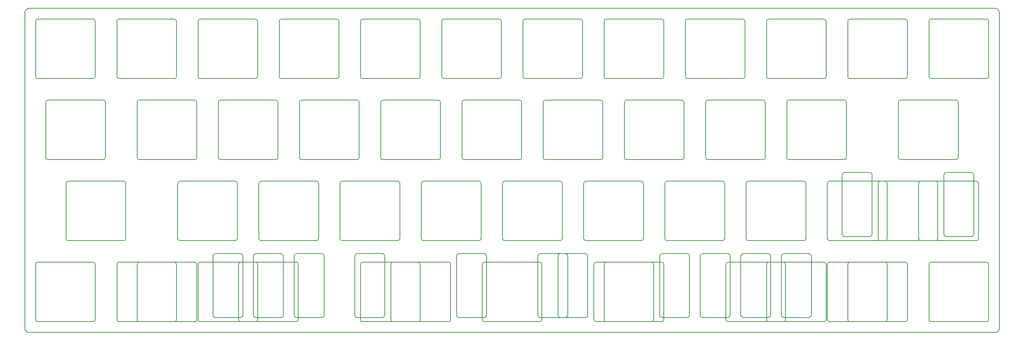
<source format=gbr>
%TF.GenerationSoftware,KiCad,Pcbnew,7.0.6-7.0.6~ubuntu23.04.1*%
%TF.CreationDate,2023-08-05T23:14:15-04:00*%
%TF.ProjectId,Koneko40StaggerPlate,4b6f6e65-6b6f-4343-9053-746167676572,rev?*%
%TF.SameCoordinates,Original*%
%TF.FileFunction,Profile,NP*%
%FSLAX46Y46*%
G04 Gerber Fmt 4.6, Leading zero omitted, Abs format (unit mm)*
G04 Created by KiCad (PCBNEW 7.0.6-7.0.6~ubuntu23.04.1) date 2023-08-05 23:14:15*
%MOMM*%
%LPD*%
G01*
G04 APERTURE LIST*
%TA.AperFunction,Profile*%
%ADD10C,0.200000*%
%TD*%
G04 APERTURE END LIST*
D10*
X258365600Y-53387500D02*
G75*
G03*
X257365625Y-52387500I-1000000J0D01*
G01*
X30765625Y-52387525D02*
G75*
G03*
X29765625Y-53387500I-25J-999975D01*
G01*
X257365625Y-128587525D02*
G75*
G03*
X258365625Y-127587500I-25J1000025D01*
G01*
X29765600Y-127587500D02*
G75*
G03*
X30765625Y-128587500I1000000J0D01*
G01*
X258365625Y-127587500D02*
X258365625Y-53387500D01*
X29765625Y-127587500D02*
X29765625Y-53387500D01*
X30765625Y-52387500D02*
X257365625Y-52387500D01*
X30765625Y-128587500D02*
X257365625Y-128587500D01*
X255340625Y-126062500D02*
G75*
G03*
X255840625Y-125562500I0J500000D01*
G01*
X241840625Y-125562500D02*
G75*
G03*
X242340625Y-126062500I500000J0D01*
G01*
X255840625Y-112562500D02*
G75*
G03*
X255340625Y-112062500I-500000J0D01*
G01*
X242340625Y-112062500D02*
G75*
G03*
X241840625Y-112562500I0J-500000D01*
G01*
X255840625Y-112562500D02*
X255840625Y-125562500D01*
X241840625Y-112562500D02*
X241840625Y-125562500D01*
X242340625Y-126062500D02*
X255340625Y-126062500D01*
X242340625Y-112062500D02*
X255340625Y-112062500D01*
X255340625Y-126062500D02*
G75*
G03*
X255840625Y-125562500I0J500000D01*
G01*
X241840625Y-125562500D02*
G75*
G03*
X242340625Y-126062500I500000J0D01*
G01*
X255840625Y-112562500D02*
G75*
G03*
X255340625Y-112062500I-500000J0D01*
G01*
X242340625Y-112062500D02*
G75*
G03*
X241840625Y-112562500I0J-500000D01*
G01*
X255840625Y-112562500D02*
X255840625Y-125562500D01*
X241840625Y-112562500D02*
X241840625Y-125562500D01*
X242340625Y-126062500D02*
X255340625Y-126062500D01*
X242340625Y-112062500D02*
X255340625Y-112062500D01*
X255340625Y-126062500D02*
G75*
G03*
X255840625Y-125562500I0J500000D01*
G01*
X241840625Y-125562500D02*
G75*
G03*
X242340625Y-126062500I500000J0D01*
G01*
X255840625Y-112562500D02*
G75*
G03*
X255340625Y-112062500I-500000J0D01*
G01*
X242340625Y-112062500D02*
G75*
G03*
X241840625Y-112562500I0J-500000D01*
G01*
X255840625Y-112562500D02*
X255840625Y-125562500D01*
X241840625Y-112562500D02*
X241840625Y-125562500D01*
X242340625Y-126062500D02*
X255340625Y-126062500D01*
X242340625Y-112062500D02*
X255340625Y-112062500D01*
X236290625Y-126062500D02*
G75*
G03*
X236790625Y-125562500I0J500000D01*
G01*
X222790625Y-125562500D02*
G75*
G03*
X223290625Y-126062500I500000J0D01*
G01*
X236790625Y-112562500D02*
G75*
G03*
X236290625Y-112062500I-500000J0D01*
G01*
X223290625Y-112062500D02*
G75*
G03*
X222790625Y-112562500I0J-500000D01*
G01*
X236790625Y-112562500D02*
X236790625Y-125562500D01*
X222790625Y-112562500D02*
X222790625Y-125562500D01*
X223290625Y-126062500D02*
X236290625Y-126062500D01*
X223290625Y-112062500D02*
X236290625Y-112062500D01*
X231528125Y-126062500D02*
G75*
G03*
X232028125Y-125562500I0J500000D01*
G01*
X218028125Y-125562500D02*
G75*
G03*
X218528125Y-126062500I500000J0D01*
G01*
X232028125Y-112562500D02*
G75*
G03*
X231528125Y-112062500I-500000J0D01*
G01*
X218528125Y-112062500D02*
G75*
G03*
X218028125Y-112562500I0J-500000D01*
G01*
X232028125Y-112562500D02*
X232028125Y-125562500D01*
X218028125Y-112562500D02*
X218028125Y-125562500D01*
X218528125Y-126062500D02*
X231528125Y-126062500D01*
X218528125Y-112062500D02*
X231528125Y-112062500D01*
X217240625Y-126062500D02*
G75*
G03*
X217740625Y-125562500I0J500000D01*
G01*
X203740625Y-125562500D02*
G75*
G03*
X204240625Y-126062500I500000J0D01*
G01*
X217740625Y-112562500D02*
G75*
G03*
X217240625Y-112062500I-500000J0D01*
G01*
X204240625Y-112062500D02*
G75*
G03*
X203740625Y-112562500I0J-500000D01*
G01*
X217740625Y-112562500D02*
X217740625Y-125562500D01*
X203740625Y-112562500D02*
X203740625Y-125562500D01*
X204240625Y-126062500D02*
X217240625Y-126062500D01*
X204240625Y-112062500D02*
X217240625Y-112062500D01*
X207715625Y-126062500D02*
G75*
G03*
X208215625Y-125562500I0J500000D01*
G01*
X194215625Y-125562500D02*
G75*
G03*
X194715625Y-126062500I500000J0D01*
G01*
X208215625Y-112562500D02*
G75*
G03*
X207715625Y-112062500I-500000J0D01*
G01*
X194715625Y-112062500D02*
G75*
G03*
X194215625Y-112562500I0J-500000D01*
G01*
X208215625Y-112562500D02*
X208215625Y-125562500D01*
X194215625Y-112562500D02*
X194215625Y-125562500D01*
X194715625Y-126062500D02*
X207715625Y-126062500D01*
X194715625Y-112062500D02*
X207715625Y-112062500D01*
X155321375Y-110062450D02*
G75*
G03*
X154821375Y-110562500I50J-500050D01*
G01*
X161821325Y-110562500D02*
G75*
G03*
X161321375Y-110062500I-500000J0D01*
G01*
X154821425Y-124562500D02*
G75*
G03*
X155321375Y-125062500I500000J0D01*
G01*
X161321375Y-125062550D02*
G75*
G03*
X161821375Y-124562500I-50J500050D01*
G01*
X154821375Y-124562500D02*
X154821375Y-110562500D01*
X161821375Y-124562500D02*
X161821375Y-110562500D01*
X161321375Y-110062500D02*
X155321375Y-110062500D01*
X161321375Y-125062500D02*
X155321375Y-125062500D01*
X179197375Y-110062450D02*
G75*
G03*
X178697375Y-110562500I50J-500050D01*
G01*
X185697325Y-110562500D02*
G75*
G03*
X185197375Y-110062500I-500000J0D01*
G01*
X178697425Y-124562500D02*
G75*
G03*
X179197375Y-125062500I500000J0D01*
G01*
X185197375Y-125062550D02*
G75*
G03*
X185697375Y-124562500I-50J500050D01*
G01*
X178697375Y-124562500D02*
X178697375Y-110562500D01*
X185697375Y-124562500D02*
X185697375Y-110562500D01*
X185197375Y-110062500D02*
X179197375Y-110062500D01*
X185197375Y-125062500D02*
X179197375Y-125062500D01*
X176759375Y-126062550D02*
G75*
G03*
X177259375Y-125562500I-50J500050D01*
G01*
X163259425Y-125562500D02*
G75*
G03*
X163759375Y-126062500I500000J0D01*
G01*
X177259325Y-112562500D02*
G75*
G03*
X176759375Y-112062500I-500000J0D01*
G01*
X163759375Y-112062450D02*
G75*
G03*
X163259375Y-112562500I50J-500050D01*
G01*
X177259375Y-112562500D02*
X177259375Y-125562500D01*
X163259375Y-112562500D02*
X163259375Y-125562500D01*
X163759375Y-126062500D02*
X176759375Y-126062500D01*
X163759375Y-112062500D02*
X176759375Y-112062500D01*
X150590625Y-110062500D02*
G75*
G03*
X150090625Y-110562500I0J-500000D01*
G01*
X157090625Y-110562500D02*
G75*
G03*
X156590625Y-110062500I-500000J0D01*
G01*
X150090625Y-124562500D02*
G75*
G03*
X150590625Y-125062500I500000J0D01*
G01*
X156590625Y-125062500D02*
G75*
G03*
X157090625Y-124562500I0J500000D01*
G01*
X150090625Y-124562500D02*
X150090625Y-110562500D01*
X157090625Y-124562500D02*
X157090625Y-110562500D01*
X156590625Y-110062500D02*
X150590625Y-110062500D01*
X156590625Y-125062500D02*
X150590625Y-125062500D01*
X188690625Y-110062500D02*
G75*
G03*
X188190625Y-110562500I0J-500000D01*
G01*
X195190625Y-110562500D02*
G75*
G03*
X194690625Y-110062500I-500000J0D01*
G01*
X188190625Y-124562500D02*
G75*
G03*
X188690625Y-125062500I500000J0D01*
G01*
X194690625Y-125062500D02*
G75*
G03*
X195190625Y-124562500I0J500000D01*
G01*
X188190625Y-124562500D02*
X188190625Y-110562500D01*
X195190625Y-124562500D02*
X195190625Y-110562500D01*
X194690625Y-110062500D02*
X188690625Y-110062500D01*
X194690625Y-125062500D02*
X188690625Y-125062500D01*
X179140625Y-126062500D02*
G75*
G03*
X179640625Y-125562500I0J500000D01*
G01*
X165640625Y-125562500D02*
G75*
G03*
X166140625Y-126062500I500000J0D01*
G01*
X179640625Y-112562500D02*
G75*
G03*
X179140625Y-112062500I-500000J0D01*
G01*
X166140625Y-112062500D02*
G75*
G03*
X165640625Y-112562500I0J-500000D01*
G01*
X179640625Y-112562500D02*
X179640625Y-125562500D01*
X165640625Y-112562500D02*
X165640625Y-125562500D01*
X166140625Y-126062500D02*
X179140625Y-126062500D01*
X166140625Y-112062500D02*
X179140625Y-112062500D01*
X107696375Y-110062450D02*
G75*
G03*
X107196375Y-110562500I50J-500050D01*
G01*
X114196325Y-110562500D02*
G75*
G03*
X113696375Y-110062500I-500000J0D01*
G01*
X107196425Y-124562500D02*
G75*
G03*
X107696375Y-125062500I500000J0D01*
G01*
X113696375Y-125062550D02*
G75*
G03*
X114196375Y-124562500I-50J500050D01*
G01*
X107196375Y-124562500D02*
X107196375Y-110562500D01*
X114196375Y-124562500D02*
X114196375Y-110562500D01*
X113696375Y-110062500D02*
X107696375Y-110062500D01*
X113696375Y-125062500D02*
X107696375Y-125062500D01*
X131572375Y-110062450D02*
G75*
G03*
X131072375Y-110562500I50J-500050D01*
G01*
X138072325Y-110562500D02*
G75*
G03*
X137572375Y-110062500I-500000J0D01*
G01*
X131072425Y-124562500D02*
G75*
G03*
X131572375Y-125062500I500000J0D01*
G01*
X137572375Y-125062550D02*
G75*
G03*
X138072375Y-124562500I-50J500050D01*
G01*
X131072375Y-124562500D02*
X131072375Y-110562500D01*
X138072375Y-124562500D02*
X138072375Y-110562500D01*
X137572375Y-110062500D02*
X131572375Y-110062500D01*
X137572375Y-125062500D02*
X131572375Y-125062500D01*
X129134375Y-126062550D02*
G75*
G03*
X129634375Y-125562500I-50J500050D01*
G01*
X115634425Y-125562500D02*
G75*
G03*
X116134375Y-126062500I500000J0D01*
G01*
X129634325Y-112562500D02*
G75*
G03*
X129134375Y-112062500I-500000J0D01*
G01*
X116134375Y-112062450D02*
G75*
G03*
X115634375Y-112562500I50J-500050D01*
G01*
X129634375Y-112562500D02*
X129634375Y-125562500D01*
X115634375Y-112562500D02*
X115634375Y-125562500D01*
X116134375Y-126062500D02*
X129134375Y-126062500D01*
X116134375Y-112062500D02*
X129134375Y-112062500D01*
X93440625Y-110062500D02*
G75*
G03*
X92940625Y-110562500I0J-500000D01*
G01*
X99940625Y-110562500D02*
G75*
G03*
X99440625Y-110062500I-500000J0D01*
G01*
X92940625Y-124562500D02*
G75*
G03*
X93440625Y-125062500I500000J0D01*
G01*
X99440625Y-125062500D02*
G75*
G03*
X99940625Y-124562500I0J500000D01*
G01*
X92940625Y-124562500D02*
X92940625Y-110562500D01*
X99940625Y-124562500D02*
X99940625Y-110562500D01*
X99440625Y-110062500D02*
X93440625Y-110062500D01*
X99440625Y-125062500D02*
X93440625Y-125062500D01*
X188690625Y-110062500D02*
G75*
G03*
X188190625Y-110562500I0J-500000D01*
G01*
X195190625Y-110562500D02*
G75*
G03*
X194690625Y-110062500I-500000J0D01*
G01*
X188190625Y-124562500D02*
G75*
G03*
X188690625Y-125062500I500000J0D01*
G01*
X194690625Y-125062500D02*
G75*
G03*
X195190625Y-124562500I0J500000D01*
G01*
X188190625Y-124562500D02*
X188190625Y-110562500D01*
X195190625Y-124562500D02*
X195190625Y-110562500D01*
X194690625Y-110062500D02*
X188690625Y-110062500D01*
X194690625Y-125062500D02*
X188690625Y-125062500D01*
X150565625Y-126062500D02*
G75*
G03*
X151065625Y-125562500I0J500000D01*
G01*
X137065625Y-125562500D02*
G75*
G03*
X137565625Y-126062500I500000J0D01*
G01*
X151065625Y-112562500D02*
G75*
G03*
X150565625Y-112062500I-500000J0D01*
G01*
X137565625Y-112062500D02*
G75*
G03*
X137065625Y-112562500I0J-500000D01*
G01*
X151065625Y-112562500D02*
X151065625Y-125562500D01*
X137065625Y-112562500D02*
X137065625Y-125562500D01*
X137565625Y-126062500D02*
X150565625Y-126062500D01*
X137565625Y-112062500D02*
X150565625Y-112062500D01*
X93440625Y-110062500D02*
G75*
G03*
X92940625Y-110562500I0J-500000D01*
G01*
X99940625Y-110562500D02*
G75*
G03*
X99440625Y-110062500I-500000J0D01*
G01*
X92940625Y-124562500D02*
G75*
G03*
X93440625Y-125062500I500000J0D01*
G01*
X99440625Y-125062500D02*
G75*
G03*
X99940625Y-124562500I0J500000D01*
G01*
X92940625Y-124562500D02*
X92940625Y-110562500D01*
X99940625Y-124562500D02*
X99940625Y-110562500D01*
X99440625Y-110062500D02*
X93440625Y-110062500D01*
X99440625Y-125062500D02*
X93440625Y-125062500D01*
X131540625Y-110062500D02*
G75*
G03*
X131040625Y-110562500I0J-500000D01*
G01*
X138040625Y-110562500D02*
G75*
G03*
X137540625Y-110062500I-500000J0D01*
G01*
X131040625Y-124562500D02*
G75*
G03*
X131540625Y-125062500I500000J0D01*
G01*
X137540625Y-125062500D02*
G75*
G03*
X138040625Y-124562500I0J500000D01*
G01*
X131040625Y-124562500D02*
X131040625Y-110562500D01*
X138040625Y-124562500D02*
X138040625Y-110562500D01*
X137540625Y-110062500D02*
X131540625Y-110062500D01*
X137540625Y-125062500D02*
X131540625Y-125062500D01*
X121990625Y-126062500D02*
G75*
G03*
X122490625Y-125562500I0J500000D01*
G01*
X108490625Y-125562500D02*
G75*
G03*
X108990625Y-126062500I500000J0D01*
G01*
X122490625Y-112562500D02*
G75*
G03*
X121990625Y-112062500I-500000J0D01*
G01*
X108990625Y-112062500D02*
G75*
G03*
X108490625Y-112562500I0J-500000D01*
G01*
X122490625Y-112562500D02*
X122490625Y-125562500D01*
X108490625Y-112562500D02*
X108490625Y-125562500D01*
X108990625Y-126062500D02*
X121990625Y-126062500D01*
X108990625Y-112062500D02*
X121990625Y-112062500D01*
X93415625Y-126062500D02*
G75*
G03*
X93915625Y-125562500I0J500000D01*
G01*
X79915625Y-125562500D02*
G75*
G03*
X80415625Y-126062500I500000J0D01*
G01*
X93915625Y-112562500D02*
G75*
G03*
X93415625Y-112062500I-500000J0D01*
G01*
X80415625Y-112062500D02*
G75*
G03*
X79915625Y-112562500I0J-500000D01*
G01*
X93915625Y-112562500D02*
X93915625Y-125562500D01*
X79915625Y-112562500D02*
X79915625Y-125562500D01*
X80415625Y-126062500D02*
X93415625Y-126062500D01*
X80415625Y-112062500D02*
X93415625Y-112062500D01*
X83915625Y-110062500D02*
G75*
G03*
X83415625Y-110562500I0J-500000D01*
G01*
X90415625Y-110562500D02*
G75*
G03*
X89915625Y-110062500I-500000J0D01*
G01*
X83415625Y-124562500D02*
G75*
G03*
X83915625Y-125062500I500000J0D01*
G01*
X89915625Y-125062500D02*
G75*
G03*
X90415625Y-124562500I0J500000D01*
G01*
X83415625Y-124562500D02*
X83415625Y-110562500D01*
X90415625Y-124562500D02*
X90415625Y-110562500D01*
X89915625Y-110062500D02*
X83915625Y-110062500D01*
X89915625Y-125062500D02*
X83915625Y-125062500D01*
X198215625Y-110062500D02*
G75*
G03*
X197715625Y-110562500I0J-500000D01*
G01*
X204715625Y-110562500D02*
G75*
G03*
X204215625Y-110062500I-500000J0D01*
G01*
X197715625Y-124562500D02*
G75*
G03*
X198215625Y-125062500I500000J0D01*
G01*
X204215625Y-125062500D02*
G75*
G03*
X204715625Y-124562500I0J500000D01*
G01*
X197715625Y-124562500D02*
X197715625Y-110562500D01*
X204715625Y-124562500D02*
X204715625Y-110562500D01*
X204215625Y-110062500D02*
X198215625Y-110062500D01*
X204215625Y-125062500D02*
X198215625Y-125062500D01*
X150565625Y-126062500D02*
G75*
G03*
X151065625Y-125562500I0J500000D01*
G01*
X137065625Y-125562500D02*
G75*
G03*
X137565625Y-126062500I500000J0D01*
G01*
X151065625Y-112562500D02*
G75*
G03*
X150565625Y-112062500I-500000J0D01*
G01*
X137565625Y-112062500D02*
G75*
G03*
X137065625Y-112562500I0J-500000D01*
G01*
X151065625Y-112562500D02*
X151065625Y-125562500D01*
X137065625Y-112562500D02*
X137065625Y-125562500D01*
X137565625Y-126062500D02*
X150565625Y-126062500D01*
X137565625Y-112062500D02*
X150565625Y-112062500D01*
X83890625Y-126062500D02*
G75*
G03*
X84390625Y-125562500I0J500000D01*
G01*
X70390625Y-125562500D02*
G75*
G03*
X70890625Y-126062500I500000J0D01*
G01*
X84390625Y-112562500D02*
G75*
G03*
X83890625Y-112062500I-500000J0D01*
G01*
X70890625Y-112062500D02*
G75*
G03*
X70390625Y-112562500I0J-500000D01*
G01*
X84390625Y-112562500D02*
X84390625Y-125562500D01*
X70390625Y-112562500D02*
X70390625Y-125562500D01*
X70890625Y-126062500D02*
X83890625Y-126062500D01*
X70890625Y-112062500D02*
X83890625Y-112062500D01*
X74390625Y-110062500D02*
G75*
G03*
X73890625Y-110562500I0J-500000D01*
G01*
X80890625Y-110562500D02*
G75*
G03*
X80390625Y-110062500I-500000J0D01*
G01*
X73890625Y-124562500D02*
G75*
G03*
X74390625Y-125062500I500000J0D01*
G01*
X80390625Y-125062500D02*
G75*
G03*
X80890625Y-124562500I0J500000D01*
G01*
X73890625Y-124562500D02*
X73890625Y-110562500D01*
X80890625Y-124562500D02*
X80890625Y-110562500D01*
X80390625Y-110062500D02*
X74390625Y-110062500D01*
X80390625Y-125062500D02*
X74390625Y-125062500D01*
X207740625Y-110062500D02*
G75*
G03*
X207240625Y-110562500I0J-500000D01*
G01*
X214240625Y-110562500D02*
G75*
G03*
X213740625Y-110062500I-500000J0D01*
G01*
X207240625Y-124562500D02*
G75*
G03*
X207740625Y-125062500I500000J0D01*
G01*
X213740625Y-125062500D02*
G75*
G03*
X214240625Y-124562500I0J500000D01*
G01*
X207240625Y-124562500D02*
X207240625Y-110562500D01*
X214240625Y-124562500D02*
X214240625Y-110562500D01*
X213740625Y-110062500D02*
X207740625Y-110062500D01*
X213740625Y-125062500D02*
X207740625Y-125062500D01*
X150565625Y-126062500D02*
G75*
G03*
X151065625Y-125562500I0J500000D01*
G01*
X137065625Y-125562500D02*
G75*
G03*
X137565625Y-126062500I500000J0D01*
G01*
X151065625Y-112562500D02*
G75*
G03*
X150565625Y-112062500I-500000J0D01*
G01*
X137565625Y-112062500D02*
G75*
G03*
X137065625Y-112562500I0J-500000D01*
G01*
X151065625Y-112562500D02*
X151065625Y-125562500D01*
X137065625Y-112562500D02*
X137065625Y-125562500D01*
X137565625Y-126062500D02*
X150565625Y-126062500D01*
X137565625Y-112062500D02*
X150565625Y-112062500D01*
X64840625Y-126062500D02*
G75*
G03*
X65340625Y-125562500I0J500000D01*
G01*
X51340625Y-125562500D02*
G75*
G03*
X51840625Y-126062500I500000J0D01*
G01*
X65340625Y-112562500D02*
G75*
G03*
X64840625Y-112062500I-500000J0D01*
G01*
X51840625Y-112062500D02*
G75*
G03*
X51340625Y-112562500I0J-500000D01*
G01*
X65340625Y-112562500D02*
X65340625Y-125562500D01*
X51340625Y-112562500D02*
X51340625Y-125562500D01*
X51840625Y-126062500D02*
X64840625Y-126062500D01*
X51840625Y-112062500D02*
X64840625Y-112062500D01*
X69603125Y-126062500D02*
G75*
G03*
X70103125Y-125562500I0J500000D01*
G01*
X56103125Y-125562500D02*
G75*
G03*
X56603125Y-126062500I500000J0D01*
G01*
X70103125Y-112562500D02*
G75*
G03*
X69603125Y-112062500I-500000J0D01*
G01*
X56603125Y-112062500D02*
G75*
G03*
X56103125Y-112562500I0J-500000D01*
G01*
X70103125Y-112562500D02*
X70103125Y-125562500D01*
X56103125Y-112562500D02*
X56103125Y-125562500D01*
X56603125Y-126062500D02*
X69603125Y-126062500D01*
X56603125Y-112062500D02*
X69603125Y-112062500D01*
X45790625Y-126062500D02*
G75*
G03*
X46290625Y-125562500I0J500000D01*
G01*
X32290625Y-125562500D02*
G75*
G03*
X32790625Y-126062500I500000J0D01*
G01*
X46290625Y-112562500D02*
G75*
G03*
X45790625Y-112062500I-500000J0D01*
G01*
X32790625Y-112062500D02*
G75*
G03*
X32290625Y-112562500I0J-500000D01*
G01*
X46290625Y-112562500D02*
X46290625Y-125562500D01*
X32290625Y-112562500D02*
X32290625Y-125562500D01*
X32790625Y-126062500D02*
X45790625Y-126062500D01*
X32790625Y-112062500D02*
X45790625Y-112062500D01*
X45790625Y-126062500D02*
G75*
G03*
X46290625Y-125562500I0J500000D01*
G01*
X32290625Y-125562500D02*
G75*
G03*
X32790625Y-126062500I500000J0D01*
G01*
X46290625Y-112562500D02*
G75*
G03*
X45790625Y-112062500I-500000J0D01*
G01*
X32790625Y-112062500D02*
G75*
G03*
X32290625Y-112562500I0J-500000D01*
G01*
X46290625Y-112562500D02*
X46290625Y-125562500D01*
X32290625Y-112562500D02*
X32290625Y-125562500D01*
X32790625Y-126062500D02*
X45790625Y-126062500D01*
X32790625Y-112062500D02*
X45790625Y-112062500D01*
X45790625Y-126062500D02*
G75*
G03*
X46290625Y-125562500I0J500000D01*
G01*
X32290625Y-125562500D02*
G75*
G03*
X32790625Y-126062500I500000J0D01*
G01*
X46290625Y-112562500D02*
G75*
G03*
X45790625Y-112062500I-500000J0D01*
G01*
X32790625Y-112062500D02*
G75*
G03*
X32290625Y-112562500I0J-500000D01*
G01*
X46290625Y-112562500D02*
X46290625Y-125562500D01*
X32290625Y-112562500D02*
X32290625Y-125562500D01*
X32790625Y-126062500D02*
X45790625Y-126062500D01*
X32790625Y-112062500D02*
X45790625Y-112062500D01*
X252959375Y-107012550D02*
G75*
G03*
X253459375Y-106512500I-50J500050D01*
G01*
X239459425Y-106512500D02*
G75*
G03*
X239959375Y-107012500I500000J0D01*
G01*
X253459325Y-93512500D02*
G75*
G03*
X252959375Y-93012500I-500000J0D01*
G01*
X239959375Y-93012450D02*
G75*
G03*
X239459375Y-93512500I50J-500050D01*
G01*
X253459375Y-93512500D02*
X253459375Y-106512500D01*
X239459375Y-93512500D02*
X239459375Y-106512500D01*
X239959375Y-107012500D02*
X252959375Y-107012500D01*
X239959375Y-93012500D02*
X252959375Y-93012500D01*
X221996375Y-91012450D02*
G75*
G03*
X221496375Y-91512500I50J-500050D01*
G01*
X228496325Y-91512500D02*
G75*
G03*
X227996375Y-91012500I-500000J0D01*
G01*
X221496425Y-105512500D02*
G75*
G03*
X221996375Y-106012500I500000J0D01*
G01*
X227996375Y-106012550D02*
G75*
G03*
X228496375Y-105512500I-50J500050D01*
G01*
X221496375Y-105512500D02*
X221496375Y-91512500D01*
X228496375Y-105512500D02*
X228496375Y-91512500D01*
X227996375Y-91012500D02*
X221996375Y-91012500D01*
X227996375Y-106012500D02*
X221996375Y-106012500D01*
X245872375Y-91012450D02*
G75*
G03*
X245372375Y-91512500I50J-500050D01*
G01*
X252372325Y-91512500D02*
G75*
G03*
X251872375Y-91012500I-500000J0D01*
G01*
X245372425Y-105512500D02*
G75*
G03*
X245872375Y-106012500I500000J0D01*
G01*
X251872375Y-106012550D02*
G75*
G03*
X252372375Y-105512500I-50J500050D01*
G01*
X245372375Y-105512500D02*
X245372375Y-91512500D01*
X252372375Y-105512500D02*
X252372375Y-91512500D01*
X251872375Y-91012500D02*
X245872375Y-91012500D01*
X251872375Y-106012500D02*
X245872375Y-106012500D01*
X243434375Y-107012550D02*
G75*
G03*
X243934375Y-106512500I-50J500050D01*
G01*
X229934425Y-106512500D02*
G75*
G03*
X230434375Y-107012500I500000J0D01*
G01*
X243934325Y-93512500D02*
G75*
G03*
X243434375Y-93012500I-500000J0D01*
G01*
X230434375Y-93012450D02*
G75*
G03*
X229934375Y-93512500I50J-500050D01*
G01*
X243934375Y-93512500D02*
X243934375Y-106512500D01*
X229934375Y-93512500D02*
X229934375Y-106512500D01*
X230434375Y-107012500D02*
X243434375Y-107012500D01*
X230434375Y-93012500D02*
X243434375Y-93012500D01*
X231528125Y-107012500D02*
G75*
G03*
X232028125Y-106512500I0J500000D01*
G01*
X218028125Y-106512500D02*
G75*
G03*
X218528125Y-107012500I500000J0D01*
G01*
X232028125Y-93512500D02*
G75*
G03*
X231528125Y-93012500I-500000J0D01*
G01*
X218528125Y-93012500D02*
G75*
G03*
X218028125Y-93512500I0J-500000D01*
G01*
X232028125Y-93512500D02*
X232028125Y-106512500D01*
X218028125Y-93512500D02*
X218028125Y-106512500D01*
X218528125Y-107012500D02*
X231528125Y-107012500D01*
X218528125Y-93012500D02*
X231528125Y-93012500D01*
X212478125Y-107012500D02*
G75*
G03*
X212978125Y-106512500I0J500000D01*
G01*
X198978125Y-106512500D02*
G75*
G03*
X199478125Y-107012500I500000J0D01*
G01*
X212978125Y-93512500D02*
G75*
G03*
X212478125Y-93012500I-500000J0D01*
G01*
X199478125Y-93012500D02*
G75*
G03*
X198978125Y-93512500I0J-500000D01*
G01*
X212978125Y-93512500D02*
X212978125Y-106512500D01*
X198978125Y-93512500D02*
X198978125Y-106512500D01*
X199478125Y-107012500D02*
X212478125Y-107012500D01*
X199478125Y-93012500D02*
X212478125Y-93012500D01*
X193428125Y-107012500D02*
G75*
G03*
X193928125Y-106512500I0J500000D01*
G01*
X179928125Y-106512500D02*
G75*
G03*
X180428125Y-107012500I500000J0D01*
G01*
X193928125Y-93512500D02*
G75*
G03*
X193428125Y-93012500I-500000J0D01*
G01*
X180428125Y-93012500D02*
G75*
G03*
X179928125Y-93512500I0J-500000D01*
G01*
X193928125Y-93512500D02*
X193928125Y-106512500D01*
X179928125Y-93512500D02*
X179928125Y-106512500D01*
X180428125Y-107012500D02*
X193428125Y-107012500D01*
X180428125Y-93012500D02*
X193428125Y-93012500D01*
X174378125Y-107012500D02*
G75*
G03*
X174878125Y-106512500I0J500000D01*
G01*
X160878125Y-106512500D02*
G75*
G03*
X161378125Y-107012500I500000J0D01*
G01*
X174878125Y-93512500D02*
G75*
G03*
X174378125Y-93012500I-500000J0D01*
G01*
X161378125Y-93012500D02*
G75*
G03*
X160878125Y-93512500I0J-500000D01*
G01*
X174878125Y-93512500D02*
X174878125Y-106512500D01*
X160878125Y-93512500D02*
X160878125Y-106512500D01*
X161378125Y-107012500D02*
X174378125Y-107012500D01*
X161378125Y-93012500D02*
X174378125Y-93012500D01*
X155328125Y-107012500D02*
G75*
G03*
X155828125Y-106512500I0J500000D01*
G01*
X141828125Y-106512500D02*
G75*
G03*
X142328125Y-107012500I500000J0D01*
G01*
X155828125Y-93512500D02*
G75*
G03*
X155328125Y-93012500I-500000J0D01*
G01*
X142328125Y-93012500D02*
G75*
G03*
X141828125Y-93512500I0J-500000D01*
G01*
X155828125Y-93512500D02*
X155828125Y-106512500D01*
X141828125Y-93512500D02*
X141828125Y-106512500D01*
X142328125Y-107012500D02*
X155328125Y-107012500D01*
X142328125Y-93012500D02*
X155328125Y-93012500D01*
X136278125Y-107012500D02*
G75*
G03*
X136778125Y-106512500I0J500000D01*
G01*
X122778125Y-106512500D02*
G75*
G03*
X123278125Y-107012500I500000J0D01*
G01*
X136778125Y-93512500D02*
G75*
G03*
X136278125Y-93012500I-500000J0D01*
G01*
X123278125Y-93012500D02*
G75*
G03*
X122778125Y-93512500I0J-500000D01*
G01*
X136778125Y-93512500D02*
X136778125Y-106512500D01*
X122778125Y-93512500D02*
X122778125Y-106512500D01*
X123278125Y-107012500D02*
X136278125Y-107012500D01*
X123278125Y-93012500D02*
X136278125Y-93012500D01*
X117228125Y-107012500D02*
G75*
G03*
X117728125Y-106512500I0J500000D01*
G01*
X103728125Y-106512500D02*
G75*
G03*
X104228125Y-107012500I500000J0D01*
G01*
X117728125Y-93512500D02*
G75*
G03*
X117228125Y-93012500I-500000J0D01*
G01*
X104228125Y-93012500D02*
G75*
G03*
X103728125Y-93512500I0J-500000D01*
G01*
X117728125Y-93512500D02*
X117728125Y-106512500D01*
X103728125Y-93512500D02*
X103728125Y-106512500D01*
X104228125Y-107012500D02*
X117228125Y-107012500D01*
X104228125Y-93012500D02*
X117228125Y-93012500D01*
X98178125Y-107012500D02*
G75*
G03*
X98678125Y-106512500I0J500000D01*
G01*
X84678125Y-106512500D02*
G75*
G03*
X85178125Y-107012500I500000J0D01*
G01*
X98678125Y-93512500D02*
G75*
G03*
X98178125Y-93012500I-500000J0D01*
G01*
X85178125Y-93012500D02*
G75*
G03*
X84678125Y-93512500I0J-500000D01*
G01*
X98678125Y-93512500D02*
X98678125Y-106512500D01*
X84678125Y-93512500D02*
X84678125Y-106512500D01*
X85178125Y-107012500D02*
X98178125Y-107012500D01*
X85178125Y-93012500D02*
X98178125Y-93012500D01*
X79128125Y-107012500D02*
G75*
G03*
X79628125Y-106512500I0J500000D01*
G01*
X65628125Y-106512500D02*
G75*
G03*
X66128125Y-107012500I500000J0D01*
G01*
X79628125Y-93512500D02*
G75*
G03*
X79128125Y-93012500I-500000J0D01*
G01*
X66128125Y-93012500D02*
G75*
G03*
X65628125Y-93512500I0J-500000D01*
G01*
X79628125Y-93512500D02*
X79628125Y-106512500D01*
X65628125Y-93512500D02*
X65628125Y-106512500D01*
X66128125Y-107012500D02*
X79128125Y-107012500D01*
X66128125Y-93012500D02*
X79128125Y-93012500D01*
X52934375Y-107012550D02*
G75*
G03*
X53434375Y-106512500I-50J500050D01*
G01*
X39434425Y-106512500D02*
G75*
G03*
X39934375Y-107012500I500000J0D01*
G01*
X53434325Y-93512500D02*
G75*
G03*
X52934375Y-93012500I-500000J0D01*
G01*
X39934375Y-93012450D02*
G75*
G03*
X39434375Y-93512500I50J-500050D01*
G01*
X53434375Y-93512500D02*
X53434375Y-106512500D01*
X39434375Y-93512500D02*
X39434375Y-106512500D01*
X39934375Y-107012500D02*
X52934375Y-107012500D01*
X39934375Y-93012500D02*
X52934375Y-93012500D01*
X248196875Y-87962550D02*
G75*
G03*
X248696875Y-87462500I-50J500050D01*
G01*
X234696925Y-87462500D02*
G75*
G03*
X235196875Y-87962500I500000J0D01*
G01*
X248696825Y-74462500D02*
G75*
G03*
X248196875Y-73962500I-500000J0D01*
G01*
X235196875Y-73962450D02*
G75*
G03*
X234696875Y-74462500I50J-500050D01*
G01*
X248696875Y-74462500D02*
X248696875Y-87462500D01*
X234696875Y-74462500D02*
X234696875Y-87462500D01*
X235196875Y-87962500D02*
X248196875Y-87962500D01*
X235196875Y-73962500D02*
X248196875Y-73962500D01*
X222003125Y-87962500D02*
G75*
G03*
X222503125Y-87462500I0J500000D01*
G01*
X208503125Y-87462500D02*
G75*
G03*
X209003125Y-87962500I500000J0D01*
G01*
X222503125Y-74462500D02*
G75*
G03*
X222003125Y-73962500I-500000J0D01*
G01*
X209003125Y-73962500D02*
G75*
G03*
X208503125Y-74462500I0J-500000D01*
G01*
X222503125Y-74462500D02*
X222503125Y-87462500D01*
X208503125Y-74462500D02*
X208503125Y-87462500D01*
X209003125Y-87962500D02*
X222003125Y-87962500D01*
X209003125Y-73962500D02*
X222003125Y-73962500D01*
X202953125Y-87962500D02*
G75*
G03*
X203453125Y-87462500I0J500000D01*
G01*
X189453125Y-87462500D02*
G75*
G03*
X189953125Y-87962500I500000J0D01*
G01*
X203453125Y-74462500D02*
G75*
G03*
X202953125Y-73962500I-500000J0D01*
G01*
X189953125Y-73962500D02*
G75*
G03*
X189453125Y-74462500I0J-500000D01*
G01*
X203453125Y-74462500D02*
X203453125Y-87462500D01*
X189453125Y-74462500D02*
X189453125Y-87462500D01*
X189953125Y-87962500D02*
X202953125Y-87962500D01*
X189953125Y-73962500D02*
X202953125Y-73962500D01*
X183903125Y-87962500D02*
G75*
G03*
X184403125Y-87462500I0J500000D01*
G01*
X170403125Y-87462500D02*
G75*
G03*
X170903125Y-87962500I500000J0D01*
G01*
X184403125Y-74462500D02*
G75*
G03*
X183903125Y-73962500I-500000J0D01*
G01*
X170903125Y-73962500D02*
G75*
G03*
X170403125Y-74462500I0J-500000D01*
G01*
X184403125Y-74462500D02*
X184403125Y-87462500D01*
X170403125Y-74462500D02*
X170403125Y-87462500D01*
X170903125Y-87962500D02*
X183903125Y-87962500D01*
X170903125Y-73962500D02*
X183903125Y-73962500D01*
X164853125Y-87962500D02*
G75*
G03*
X165353125Y-87462500I0J500000D01*
G01*
X151353125Y-87462500D02*
G75*
G03*
X151853125Y-87962500I500000J0D01*
G01*
X165353125Y-74462500D02*
G75*
G03*
X164853125Y-73962500I-500000J0D01*
G01*
X151853125Y-73962500D02*
G75*
G03*
X151353125Y-74462500I0J-500000D01*
G01*
X165353125Y-74462500D02*
X165353125Y-87462500D01*
X151353125Y-74462500D02*
X151353125Y-87462500D01*
X151853125Y-87962500D02*
X164853125Y-87962500D01*
X151853125Y-73962500D02*
X164853125Y-73962500D01*
X145803125Y-87962500D02*
G75*
G03*
X146303125Y-87462500I0J500000D01*
G01*
X132303125Y-87462500D02*
G75*
G03*
X132803125Y-87962500I500000J0D01*
G01*
X146303125Y-74462500D02*
G75*
G03*
X145803125Y-73962500I-500000J0D01*
G01*
X132803125Y-73962500D02*
G75*
G03*
X132303125Y-74462500I0J-500000D01*
G01*
X146303125Y-74462500D02*
X146303125Y-87462500D01*
X132303125Y-74462500D02*
X132303125Y-87462500D01*
X132803125Y-87962500D02*
X145803125Y-87962500D01*
X132803125Y-73962500D02*
X145803125Y-73962500D01*
X126753125Y-87962500D02*
G75*
G03*
X127253125Y-87462500I0J500000D01*
G01*
X113253125Y-87462500D02*
G75*
G03*
X113753125Y-87962500I500000J0D01*
G01*
X127253125Y-74462500D02*
G75*
G03*
X126753125Y-73962500I-500000J0D01*
G01*
X113753125Y-73962500D02*
G75*
G03*
X113253125Y-74462500I0J-500000D01*
G01*
X127253125Y-74462500D02*
X127253125Y-87462500D01*
X113253125Y-74462500D02*
X113253125Y-87462500D01*
X113753125Y-87962500D02*
X126753125Y-87962500D01*
X113753125Y-73962500D02*
X126753125Y-73962500D01*
X107703125Y-87962500D02*
G75*
G03*
X108203125Y-87462500I0J500000D01*
G01*
X94203125Y-87462500D02*
G75*
G03*
X94703125Y-87962500I500000J0D01*
G01*
X108203125Y-74462500D02*
G75*
G03*
X107703125Y-73962500I-500000J0D01*
G01*
X94703125Y-73962500D02*
G75*
G03*
X94203125Y-74462500I0J-500000D01*
G01*
X108203125Y-74462500D02*
X108203125Y-87462500D01*
X94203125Y-74462500D02*
X94203125Y-87462500D01*
X94703125Y-87962500D02*
X107703125Y-87962500D01*
X94703125Y-73962500D02*
X107703125Y-73962500D01*
X88653125Y-87962500D02*
G75*
G03*
X89153125Y-87462500I0J500000D01*
G01*
X75153125Y-87462500D02*
G75*
G03*
X75653125Y-87962500I500000J0D01*
G01*
X89153125Y-74462500D02*
G75*
G03*
X88653125Y-73962500I-500000J0D01*
G01*
X75653125Y-73962500D02*
G75*
G03*
X75153125Y-74462500I0J-500000D01*
G01*
X89153125Y-74462500D02*
X89153125Y-87462500D01*
X75153125Y-74462500D02*
X75153125Y-87462500D01*
X75653125Y-87962500D02*
X88653125Y-87962500D01*
X75653125Y-73962500D02*
X88653125Y-73962500D01*
X69603125Y-87962500D02*
G75*
G03*
X70103125Y-87462500I0J500000D01*
G01*
X56103125Y-87462500D02*
G75*
G03*
X56603125Y-87962500I500000J0D01*
G01*
X70103125Y-74462500D02*
G75*
G03*
X69603125Y-73962500I-500000J0D01*
G01*
X56603125Y-73962500D02*
G75*
G03*
X56103125Y-74462500I0J-500000D01*
G01*
X70103125Y-74462500D02*
X70103125Y-87462500D01*
X56103125Y-74462500D02*
X56103125Y-87462500D01*
X56603125Y-87962500D02*
X69603125Y-87962500D01*
X56603125Y-73962500D02*
X69603125Y-73962500D01*
X48171875Y-87962550D02*
G75*
G03*
X48671875Y-87462500I-50J500050D01*
G01*
X34671875Y-87462500D02*
G75*
G03*
X35171875Y-87962500I500000J0D01*
G01*
X48671825Y-74462500D02*
G75*
G03*
X48171875Y-73962500I-500000J0D01*
G01*
X35171875Y-73962500D02*
G75*
G03*
X34671875Y-74462500I0J-500000D01*
G01*
X48671875Y-74462500D02*
X48671875Y-87462500D01*
X34671875Y-74462500D02*
X34671875Y-87462500D01*
X35171875Y-87962500D02*
X48171875Y-87962500D01*
X35171875Y-73962500D02*
X48171875Y-73962500D01*
X255340625Y-68912500D02*
G75*
G03*
X255840625Y-68412500I0J500000D01*
G01*
X241840625Y-68412500D02*
G75*
G03*
X242340625Y-68912500I500000J0D01*
G01*
X255840625Y-55412500D02*
G75*
G03*
X255340625Y-54912500I-500000J0D01*
G01*
X242340625Y-54912500D02*
G75*
G03*
X241840625Y-55412500I0J-500000D01*
G01*
X255840625Y-55412500D02*
X255840625Y-68412500D01*
X241840625Y-55412500D02*
X241840625Y-68412500D01*
X242340625Y-68912500D02*
X255340625Y-68912500D01*
X242340625Y-54912500D02*
X255340625Y-54912500D01*
X236290625Y-68912500D02*
G75*
G03*
X236790625Y-68412500I0J500000D01*
G01*
X222790625Y-68412500D02*
G75*
G03*
X223290625Y-68912500I500000J0D01*
G01*
X236790625Y-55412500D02*
G75*
G03*
X236290625Y-54912500I-500000J0D01*
G01*
X223290625Y-54912500D02*
G75*
G03*
X222790625Y-55412500I0J-500000D01*
G01*
X236790625Y-55412500D02*
X236790625Y-68412500D01*
X222790625Y-55412500D02*
X222790625Y-68412500D01*
X223290625Y-68912500D02*
X236290625Y-68912500D01*
X223290625Y-54912500D02*
X236290625Y-54912500D01*
X217240625Y-68912500D02*
G75*
G03*
X217740625Y-68412500I0J500000D01*
G01*
X203740625Y-68412500D02*
G75*
G03*
X204240625Y-68912500I500000J0D01*
G01*
X217740625Y-55412500D02*
G75*
G03*
X217240625Y-54912500I-500000J0D01*
G01*
X204240625Y-54912500D02*
G75*
G03*
X203740625Y-55412500I0J-500000D01*
G01*
X217740625Y-55412500D02*
X217740625Y-68412500D01*
X203740625Y-55412500D02*
X203740625Y-68412500D01*
X204240625Y-68912500D02*
X217240625Y-68912500D01*
X204240625Y-54912500D02*
X217240625Y-54912500D01*
X198190625Y-68912500D02*
G75*
G03*
X198690625Y-68412500I0J500000D01*
G01*
X184690625Y-68412500D02*
G75*
G03*
X185190625Y-68912500I500000J0D01*
G01*
X198690625Y-55412500D02*
G75*
G03*
X198190625Y-54912500I-500000J0D01*
G01*
X185190625Y-54912500D02*
G75*
G03*
X184690625Y-55412500I0J-500000D01*
G01*
X198690625Y-55412500D02*
X198690625Y-68412500D01*
X184690625Y-55412500D02*
X184690625Y-68412500D01*
X185190625Y-68912500D02*
X198190625Y-68912500D01*
X185190625Y-54912500D02*
X198190625Y-54912500D01*
X179140625Y-68912500D02*
G75*
G03*
X179640625Y-68412500I0J500000D01*
G01*
X165640625Y-68412500D02*
G75*
G03*
X166140625Y-68912500I500000J0D01*
G01*
X179640625Y-55412500D02*
G75*
G03*
X179140625Y-54912500I-500000J0D01*
G01*
X166140625Y-54912500D02*
G75*
G03*
X165640625Y-55412500I0J-500000D01*
G01*
X179640625Y-55412500D02*
X179640625Y-68412500D01*
X165640625Y-55412500D02*
X165640625Y-68412500D01*
X166140625Y-68912500D02*
X179140625Y-68912500D01*
X166140625Y-54912500D02*
X179140625Y-54912500D01*
X160090625Y-68912500D02*
G75*
G03*
X160590625Y-68412500I0J500000D01*
G01*
X146590625Y-68412500D02*
G75*
G03*
X147090625Y-68912500I500000J0D01*
G01*
X160590625Y-55412500D02*
G75*
G03*
X160090625Y-54912500I-500000J0D01*
G01*
X147090625Y-54912500D02*
G75*
G03*
X146590625Y-55412500I0J-500000D01*
G01*
X160590625Y-55412500D02*
X160590625Y-68412500D01*
X146590625Y-55412500D02*
X146590625Y-68412500D01*
X147090625Y-68912500D02*
X160090625Y-68912500D01*
X147090625Y-54912500D02*
X160090625Y-54912500D01*
X141040625Y-68912500D02*
G75*
G03*
X141540625Y-68412500I0J500000D01*
G01*
X127540625Y-68412500D02*
G75*
G03*
X128040625Y-68912500I500000J0D01*
G01*
X141540625Y-55412500D02*
G75*
G03*
X141040625Y-54912500I-500000J0D01*
G01*
X128040625Y-54912500D02*
G75*
G03*
X127540625Y-55412500I0J-500000D01*
G01*
X141540625Y-55412500D02*
X141540625Y-68412500D01*
X127540625Y-55412500D02*
X127540625Y-68412500D01*
X128040625Y-68912500D02*
X141040625Y-68912500D01*
X128040625Y-54912500D02*
X141040625Y-54912500D01*
X121990625Y-68912500D02*
G75*
G03*
X122490625Y-68412500I0J500000D01*
G01*
X108490625Y-68412500D02*
G75*
G03*
X108990625Y-68912500I500000J0D01*
G01*
X122490625Y-55412500D02*
G75*
G03*
X121990625Y-54912500I-500000J0D01*
G01*
X108990625Y-54912500D02*
G75*
G03*
X108490625Y-55412500I0J-500000D01*
G01*
X122490625Y-55412500D02*
X122490625Y-68412500D01*
X108490625Y-55412500D02*
X108490625Y-68412500D01*
X108990625Y-68912500D02*
X121990625Y-68912500D01*
X108990625Y-54912500D02*
X121990625Y-54912500D01*
X102940625Y-68912500D02*
G75*
G03*
X103440625Y-68412500I0J500000D01*
G01*
X89440625Y-68412500D02*
G75*
G03*
X89940625Y-68912500I500000J0D01*
G01*
X103440625Y-55412500D02*
G75*
G03*
X102940625Y-54912500I-500000J0D01*
G01*
X89940625Y-54912500D02*
G75*
G03*
X89440625Y-55412500I0J-500000D01*
G01*
X103440625Y-55412500D02*
X103440625Y-68412500D01*
X89440625Y-55412500D02*
X89440625Y-68412500D01*
X89940625Y-68912500D02*
X102940625Y-68912500D01*
X89940625Y-54912500D02*
X102940625Y-54912500D01*
X83890625Y-68912500D02*
G75*
G03*
X84390625Y-68412500I0J500000D01*
G01*
X70390625Y-68412500D02*
G75*
G03*
X70890625Y-68912500I500000J0D01*
G01*
X84390625Y-55412500D02*
G75*
G03*
X83890625Y-54912500I-500000J0D01*
G01*
X70890625Y-54912500D02*
G75*
G03*
X70390625Y-55412500I0J-500000D01*
G01*
X84390625Y-55412500D02*
X84390625Y-68412500D01*
X70390625Y-55412500D02*
X70390625Y-68412500D01*
X70890625Y-68912500D02*
X83890625Y-68912500D01*
X70890625Y-54912500D02*
X83890625Y-54912500D01*
X64840625Y-68912500D02*
G75*
G03*
X65340625Y-68412500I0J500000D01*
G01*
X51340625Y-68412500D02*
G75*
G03*
X51840625Y-68912500I500000J0D01*
G01*
X65340625Y-55412500D02*
G75*
G03*
X64840625Y-54912500I-500000J0D01*
G01*
X51840625Y-54912500D02*
G75*
G03*
X51340625Y-55412500I0J-500000D01*
G01*
X65340625Y-55412500D02*
X65340625Y-68412500D01*
X51340625Y-55412500D02*
X51340625Y-68412500D01*
X51840625Y-68912500D02*
X64840625Y-68912500D01*
X51840625Y-54912500D02*
X64840625Y-54912500D01*
X45790625Y-68912500D02*
G75*
G03*
X46290625Y-68412500I0J500000D01*
G01*
X32290625Y-68412500D02*
G75*
G03*
X32790625Y-68912500I500000J0D01*
G01*
X46290625Y-55412500D02*
G75*
G03*
X45790625Y-54912500I-500000J0D01*
G01*
X32790625Y-54912500D02*
G75*
G03*
X32290625Y-55412500I0J-500000D01*
G01*
X46290625Y-55412500D02*
X46290625Y-68412500D01*
X32290625Y-55412500D02*
X32290625Y-68412500D01*
X32790625Y-68912500D02*
X45790625Y-68912500D01*
X32790625Y-54912500D02*
X45790625Y-54912500D01*
M02*

</source>
